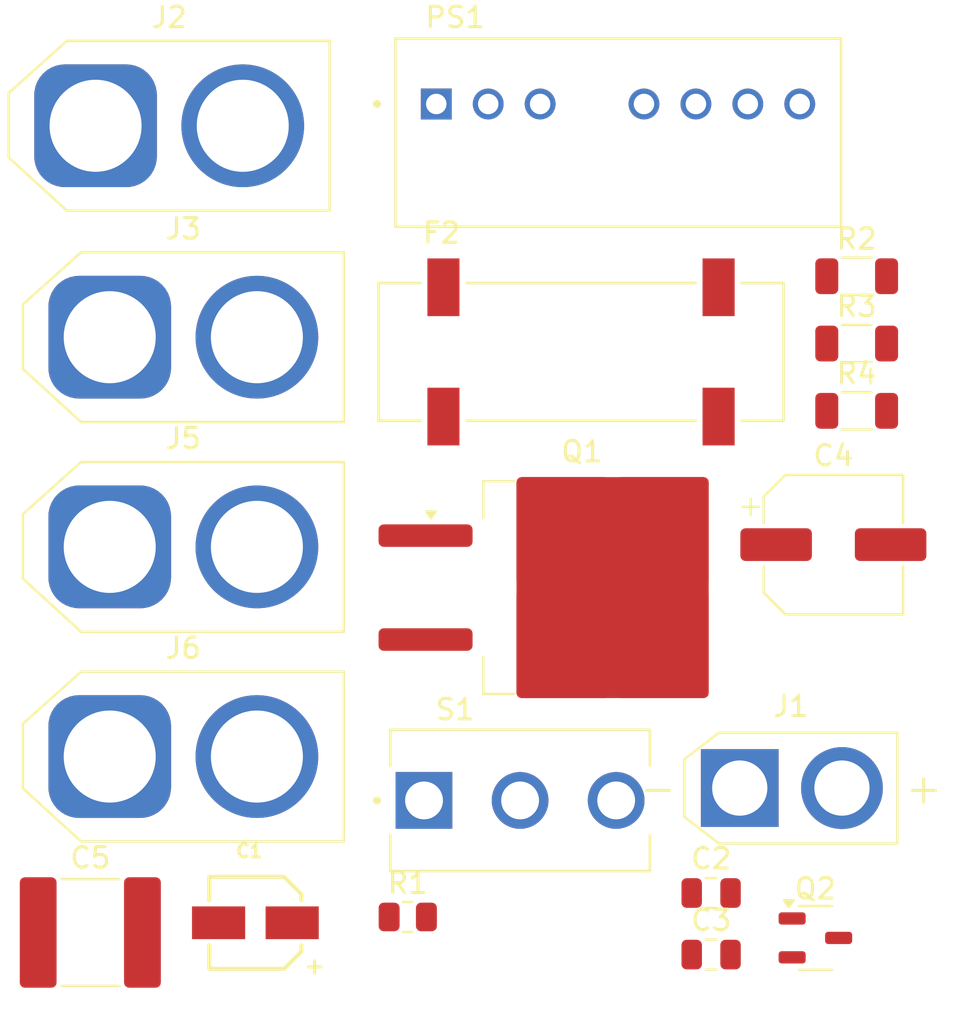
<source format=kicad_pcb>
(kicad_pcb (version 20240108) (generator "pcbnew") (generator_version "8.0")
  (layers (0 "F.Cu" signal) (31 "B.Cu" signal) (34 "B.Paste" user) (35 "F.Paste" user) (36 "B.SilkS" user "B.Silkscreen") (37 "F.SilkS" user "F.Silkscreen") (38 "B.Mask" user) (39 "F.Mask" user) (44 "Edge.Cuts" user))
  (net 0 "")
  (net 1 "GND")
  (net 2 "+48V")
  (net 3 "Net-(Q1-G)")
  (net 4 "+12V")
  (net 5 "Net-(J5-Pin_2)")
  (net 6 "Net-(Q1-S)")
  (net 7 "Net-(J2-Pin_1)")
  (net 8 "Net-(J2-Pin_2)")
  (net 12 "Net-(Q2-D)")
  (net 13 "Net-(Q2-G)")
  (net 14 "Net-(R4-Pad2)")
  (footprint "Connector_AMASS:AMASS_XT60-F_1x02_P7.20mm_Vertical" (layer "F.Cu") (at 136.9425 121.835)
    (property "Reference" "J6" (at 3.6 -5.3 180) (layer "F.SilkS"))
    (property "Value" "Sparkin")
    (fp_line (start -4.25 -1.6) (end -4.25 1.55) (stroke (width 0.12)) (layer "F.SilkS"))
    (fp_line (start -4.25 1.55) (end -1.4 4.15) (stroke (width 0.12)) (layer "F.SilkS"))
    (fp_line (start -1.4 -4.15) (end -4.25 -1.6) (stroke (width 0.12)) (layer "F.SilkS"))
    (fp_line (start -1.4 4.15) (end 11.45 4.15) (stroke (width 0.12)) (layer "F.SilkS"))
    (fp_line (start 11.45 -4.15) (end -1.4 -4.15) (stroke (width 0.12)) (layer "F.SilkS"))
    (fp_line (start 11.45 4.15) (end 11.45 -4.15) (stroke (width 0.12)) (layer "F.SilkS"))
    (pad "1" thru_hole roundrect (at 0 0) (size 6 6) (drill 4.5) (layers "*.Cu" "*.Mask") (net 7 "Net-(J2-Pin_1)"))
    (pad "2" thru_hole circle (at 7.2 0) (size 6 6) (drill 4.5) (layers "*.Cu" "*.Mask") (net 1 "GND"))
  )
  (footprint "Package_TO_SOT_SMD:SOT-23-3" (layer "F.Cu") (at 171.4625 130.7)
    (property "Reference" "Q2" (at 0 -2.4 0) (layer "F.SilkS"))
    (property "Value" "SQ2318AES-T1_BE3")
    (fp_line (start 0 -1.56) (end -0.8 -1.56) (stroke (width 0.12)) (layer "F.SilkS"))
    (fp_line (start 0 -1.56) (end 0.8 -1.56) (stroke (width 0.12)) (layer "F.SilkS"))
    (fp_line (start 0 1.56) (end -0.8 1.56) (stroke (width 0.12)) (layer "F.SilkS"))
    (fp_line (start 0 1.56) (end 0.8 1.56) (stroke (width 0.12)) (layer "F.SilkS"))
    (fp_poly (pts (xy -1.3 -1.51) (xy -1.54 -1.84) (xy -1.06 -1.84) (xy -1.3 -1.51)) (stroke (width 0.12)) (fill solid) (layer "F.SilkS"))
    (pad "1" smd roundrect (at -1.1375 -0.95) (size 1.325 0.6) (layers "F.Cu" "F.Paste" "F.Mask") (net 13 "Net-(Q2-G)"))
    (pad "2" smd roundrect (at -1.1375 0.95) (size 1.325 0.6) (layers "F.Cu" "F.Paste" "F.Mask") (net 1 "GND"))
    (pad "3" smd roundrect (at 1.1375 0) (size 1.325 0.6) (layers "F.Cu" "F.Paste" "F.Mask") (net 12 "Net-(Q2-D)"))
  )
  (footprint "Package_TO_SOT_SMD:TO-263-2" (layer "F.Cu") (at 160.0425 113.575)
    (property "Reference" "Q1" (at 0 -6.65 0) (layer "F.SilkS"))
    (property "Value" "SQM40P10-40L_GE3")
    (fp_line (start -4.825 -5.2) (end -4.825 -3.39) (stroke (width 0.12)) (layer "F.SilkS"))
    (fp_line (start -4.825 5.2) (end -4.825 3.39) (stroke (width 0.12)) (layer "F.SilkS"))
    (fp_line (start -3.325 -5.2) (end -4.825 -5.2) (stroke (width 0.12)) (layer "F.SilkS"))
    (fp_line (start -3.325 5.2) (end -4.825 5.2) (stroke (width 0.12)) (layer "F.SilkS"))
    (fp_poly (pts (xy -7.3875 -3.39) (xy -7.6275 -3.72) (xy -7.1475 -3.72) (xy -7.3875 -3.39)) (stroke (width 0.12)) (fill solid) (layer "F.SilkS"))
    (pad "1" smd roundrect (at -7.65 -2.54) (size 4.6 1.1) (layers "F.Cu" "F.Paste" "F.Mask") (roundrect_rratio 0.227273) (net 3 "Net-(Q1-G)"))
    (pad "2" smd roundrect (at -0.925 -2.775) (size 4.55 5.25) (layers "F.Cu" "F.Paste") (roundrect_rratio 0.054945) (net 2 "+48V"))
    (pad "2" smd roundrect (at -0.925 2.775) (size 4.55 5.25) (layers "F.Cu" "F.Paste") (roundrect_rratio 0.054945) (net 2 "+48V"))
    (pad "2" smd roundrect (at 1.5 0) (size 9.4 10.8) (layers "F.Cu" "F.Mask") (roundrect_rratio 0.026596) (net 2 "+48V"))
    (pad "2" smd roundrect (at 3.925 -2.775) (size 4.55 5.25) (layers "F.Cu" "F.Paste") (roundrect_rratio 0.054945) (net 2 "+48V"))
    (pad "2" smd roundrect (at 3.925 2.775) (size 4.55 5.25) (layers "F.Cu" "F.Paste") (roundrect_rratio 0.054945) (net 2 "+48V"))
    (pad "3" smd roundrect (at -7.65 2.54) (size 4.6 1.1) (layers "F.Cu" "F.Paste" "F.Mask") (roundrect_rratio 0.227273) (net 6 "Net-(Q1-S)"))
  )
  (footprint "askibidi:switch" (layer "F.Cu") (at 157.0175 123.9794)
    (property "Reference" "S1" (at -3.175 -4.445 0) (layer "F.SilkS"))
    (property "Value" "1103M2S3CQE2")
    (fp_line (start -6.35 -3.4544) (end 6.35 -3.4544) (stroke (width 0.127)) (layer "F.SilkS"))
    (fp_line (start -6.35 -1.7075) (end -6.35 -3.4544) (stroke (width 0.127)) (layer "F.SilkS"))
    (fp_line (start -6.35 3.4544) (end -6.35 1.7075) (stroke (width 0.127)) (layer "F.SilkS"))
    (fp_line (start 6.35 -3.4544) (end 6.35 -1.7075) (stroke (width 0.127)) (layer "F.SilkS"))
    (fp_line (start 6.35 3.4544) (end -6.35 3.4544) (stroke (width 0.127)) (layer "F.SilkS"))
    (fp_line (start 6.35 3.4544) (end 6.35 1.7075) (stroke (width 0.127)) (layer "F.SilkS"))
    (fp_circle (center -7 0) (end -6.9 0) (stroke (width 0.2)) (fill none) (layer "F.SilkS"))
    (pad "1" thru_hole rect (at -4.7 0) (size 2.775 2.775) (drill 1.85) (layers "*.Cu" "*.Mask") (net 14 "Net-(R4-Pad2)"))
    (pad "2" thru_hole circle (at 0 0) (size 2.775 2.775) (drill 1.85) (layers "*.Cu" "*.Mask") (net 6 "Net-(Q1-S)"))
    (pad "3" thru_hole circle (at 4.7 0) (size 2.775 2.775) (drill 1.85) (layers "*.Cu" "*.Mask"))
  )
  (footprint "Capacitor_SMD:C_2220_5750Metric" (layer "F.Cu") (at 135.9925 130.435)
    (property "Reference" "C5" (at 0 -3.65 0) (layer "F.SilkS"))
    (property "Value" "22uF")
    (fp_line (start -1.415748 -2.61) (end 1.415748 -2.61) (stroke (width 0.12)) (layer "F.SilkS"))
    (fp_line (start -1.415748 2.61) (end 1.415748 2.61) (stroke (width 0.12)) (layer "F.SilkS"))
    (pad "1" smd roundrect (at -2.55 0) (size 1.8 5.4) (layers "F.Cu" "F.Paste" "F.Mask") (roundrect_rratio 0.138889) (net 4 "+12V"))
    (pad "2" smd roundrect (at 2.55 0) (size 1.8 5.4) (layers "F.Cu" "F.Paste" "F.Mask") (roundrect_rratio 0.138889) (net 1 "GND"))
  )
  (footprint "Capacitor_SMD:C_0805_2012Metric" (layer "F.Cu") (at 166.3625 131.515)
    (property "Reference" "C3" (at 0 -1.68 0) (layer "F.SilkS"))
    (property "Value" "1uF")
    (fp_line (start -0.261252 -0.735) (end 0.261252 -0.735) (stroke (width 0.12)) (layer "F.SilkS"))
    (fp_line (start -0.261252 0.735) (end 0.261252 0.735) (stroke (width 0.12)) (layer "F.SilkS"))
    (pad "1" smd roundrect (at -0.95 0) (size 1 1.45) (layers "F.Cu" "F.Paste" "F.Mask") (net 2 "+48V"))
    (pad "2" smd roundrect (at 0.95 0) (size 1 1.45) (layers "F.Cu" "F.Paste" "F.Mask") (net 3 "Net-(Q1-G)"))
  )
  (footprint "askibidi:Fusemount" (layer "F.Cu") (at 159.9975 102.055)
    (property "Reference" "F2" (at -6.825 -5.815 0) (layer "F.SilkS"))
    (property "Value" "Fusemount")
    (fp_line (start -9.905 -3.365) (end -9.905 3.365) (stroke (width 0.127)) (layer "F.SilkS"))
    (fp_line (start -7.85 -3.365) (end -9.905 -3.365) (stroke (width 0.127)) (layer "F.SilkS"))
    (fp_line (start -7.85 3.365) (end -9.905 3.365) (stroke (width 0.127)) (layer "F.SilkS"))
    (fp_line (start -5.6 -3.365) (end 5.6 -3.365) (stroke (width 0.127)) (layer "F.SilkS"))
    (fp_line (start 5.6 3.365) (end -5.6 3.365) (stroke (width 0.127)) (layer "F.SilkS"))
    (fp_line (start 7.85 -3.365) (end 9.905 -3.365) (stroke (width 0.127)) (layer "F.SilkS"))
    (fp_line (start 7.85 3.365) (end 9.905 3.365) (stroke (width 0.127)) (layer "F.SilkS"))
    (fp_line (start 9.905 -3.365) (end 9.905 3.365) (stroke (width 0.127)) (layer "F.SilkS"))
    (pad "1_1" smd rect (at -6.73 -3.16) (size 1.57 2.82) (layers "F.Cu" "F.Paste" "F.Mask") (net 6 "Net-(Q1-S)"))
    (pad "1_2" smd rect (at -6.73 3.16) (size 1.57 2.82) (layers "F.Cu" "F.Paste" "F.Mask"))
    (pad "2_1" smd rect (at 6.73 -3.16) (size 1.57 2.82) (layers "F.Cu" "F.Paste" "F.Mask") (net 5 "Net-(J5-Pin_2)"))
    (pad "2_2" smd rect (at 6.73 3.16) (size 1.57 2.82) (layers "F.Cu" "F.Paste" "F.Mask"))
  )
  (footprint "Resistor_SMD:R_1206_3216Metric" (layer "F.Cu") (at 173.4825 104.935)
    (property "Reference" "R4" (at 0 -1.82 0) (layer "F.SilkS"))
    (property "Value" "10k")
    (fp_line (start -0.727064 -0.91) (end 0.727064 -0.91) (stroke (width 0.12)) (layer "F.SilkS"))
    (fp_line (start -0.727064 0.91) (end 0.727064 0.91) (stroke (width 0.12)) (layer "F.SilkS"))
    (pad "1" smd roundrect (at -1.4625 0) (size 1.125 1.75) (layers "F.Cu" "F.Paste" "F.Mask") (roundrect_rratio 0.222222) (net 13 "Net-(Q2-G)"))
    (pad "2" smd roundrect (at 1.4625 0) (size 1.125 1.75) (layers "F.Cu" "F.Paste" "F.Mask") (roundrect_rratio 0.222222) (net 14 "Net-(R4-Pad2)"))
  )
  (footprint "Connector_AMASS:AMASS_XT30U-F_1x02_P5.0mm_Vertical" (layer "F.Cu") (at 167.7625 123.375)
    (property "Reference" "J1" (at 2.5 -4 0) (layer "F.SilkS"))
    (property "Value" "SparkOut")
    (fp_line (start -2.71 -1.41) (end -2.71 1.41) (stroke (width 0.12)) (layer "F.SilkS"))
    (fp_line (start -2.71 -1.41) (end -1.01 -2.71) (stroke (width 0.12)) (layer "F.SilkS"))
    (fp_line (start -2.71 1.41) (end -1.01 2.71) (stroke (width 0.12)) (layer "F.SilkS"))
    (fp_line (start -1.01 -2.71) (end 7.71 -2.71) (stroke (width 0.12)) (layer "F.SilkS"))
    (fp_line (start -1.01 2.71) (end 7.71 2.71) (stroke (width 0.12)) (layer "F.SilkS"))
    (fp_line (start 7.71 -2.71) (end 7.71 2.71) (stroke (width 0.12)) (layer "F.SilkS"))
    (fp_text user "+" (at 9 0 0) (layer "F.SilkS") (effects (font (size 1.5 1.5))))
    (fp_text user "-" (at -4 0 0) (layer "F.SilkS") (effects (font (size 1.5 1.5))))
    (pad "1" thru_hole rect (at 0 0) (size 3.8 3.8) (drill 2.7) (layers "*.Cu" "*.Mask") (net 4 "+12V"))
    (pad "2" thru_hole circle (at 5 0) (size 4 4) (drill 2.7) (layers "*.Cu" "*.Mask") (net 1 "GND"))
  )
  (footprint "Resistor_SMD:R_0805_2012Metric" (layer "F.Cu") (at 151.5225 129.675)
    (property "Reference" "R1" (at 0 -1.65 0) (layer "F.SilkS"))
    (property "Value" "15k")
    (fp_line (start -0.227064 -0.735) (end 0.227064 -0.735) (stroke (width 0.12)) (layer "F.SilkS"))
    (fp_line (start -0.227064 0.735) (end 0.227064 0.735) (stroke (width 0.12)) (layer "F.SilkS"))
    (pad "1" smd roundrect (at -0.9125 0) (size 1.025 1.4) (layers "F.Cu" "F.Paste" "F.Mask") (roundrect_rratio 0.243902) (net 3 "Net-(Q1-G)"))
    (pad "2" smd roundrect (at 0.9125 0) (size 1.025 1.4) (layers "F.Cu" "F.Paste" "F.Mask") (roundrect_rratio 0.243902) (net 12 "Net-(Q2-D)"))
  )
  (footprint "Connector_AMASS:AMASS_XT60-F_1x02_P7.20mm_Vertical" (layer "F.Cu") (at 136.25 91)
    (property "Reference" "J2" (at 3.6 -5.3 180) (layer "F.SilkS"))
    (property "Value" "Bat2")
    (fp_line (start -4.25 -1.6) (end -4.25 1.55) (stroke (width 0.12)) (layer "F.SilkS"))
    (fp_line (start -4.25 1.55) (end -1.4 4.15) (stroke (width 0.12)) (layer "F.SilkS"))
    (fp_line (start -1.4 -4.15) (end -4.25 -1.6) (stroke (width 0.12)) (layer "F.SilkS"))
    (fp_line (start -1.4 4.15) (end 11.45 4.15) (stroke (width 0.12)) (layer "F.SilkS"))
    (fp_line (start 11.45 -4.15) (end -1.4 -4.15) (stroke (width 0.12)) (layer "F.SilkS"))
    (fp_line (start 11.45 4.15) (end 11.45 -4.15) (stroke (width 0.12)) (layer "F.SilkS"))
    (pad "1" thru_hole roundrect (at 0 0) (size 6 6) (drill 4.5) (layers "*.Cu" "*.Mask") (net 7 "Net-(J2-Pin_1)"))
    (pad "2" thru_hole circle (at 7.2 0) (size 6 6) (drill 4.5) (layers "*.Cu" "*.Mask") (net 8 "Net-(J2-Pin_2)"))
  )
  (footprint "Capacitor_SMD:C_0805_2012Metric" (layer "F.Cu") (at 166.3625 128.505)
    (property "Reference" "C2" (at 0 -1.68 0) (layer "F.SilkS"))
    (property "Value" "1uF")
    (fp_line (start -0.261252 -0.735) (end 0.261252 -0.735) (stroke (width 0.12)) (layer "F.SilkS"))
    (fp_line (start -0.261252 0.735) (end 0.261252 0.735) (stroke (width 0.12)) (layer "F.SilkS"))
    (pad "1" smd roundrect (at -0.95 0) (size 1 1.45) (layers "F.Cu" "F.Paste" "F.Mask") (net 2 "+48V"))
    (pad "2" smd roundrect (at 0.95 0) (size 1 1.45) (layers "F.Cu" "F.Paste" "F.Mask") (net 1 "GND"))
  )
  (footprint "Connector_AMASS:AMASS_XT60-F_1x02_P7.20mm_Vertical" (layer "F.Cu") (at 136.9425 111.585)
    (property "Reference" "J5" (at 3.6 -5.3 180) (layer "F.SilkS"))
    (property "Value" "Sparkout 48V")
    (fp_line (start -4.25 -1.6) (end -4.25 1.55) (stroke (width 0.12)) (layer "F.SilkS"))
    (fp_line (start -4.25 1.55) (end -1.4 4.15) (stroke (width 0.12)) (layer "F.SilkS"))
    (fp_line (start -1.4 -4.15) (end -4.25 -1.6) (stroke (width 0.12)) (layer "F.SilkS"))
    (fp_line (start -1.4 4.15) (end 11.45 4.15) (stroke (width 0.12)) (layer "F.SilkS"))
    (fp_line (start 11.45 -4.15) (end -1.4 -4.15) (stroke (width 0.12)) (layer "F.SilkS"))
    (fp_line (start 11.45 4.15) (end 11.45 -4.15) (stroke (width 0.12)) (layer "F.SilkS"))
    (pad "1" thru_hole roundrect (at 0 0) (size 6 6) (drill 4.5) (layers "*.Cu" "*.Mask") (net 1 "GND"))
    (pad "2" thru_hole circle (at 7.2 0) (size 6 6) (drill 4.5) (layers "*.Cu" "*.Mask") (net 5 "Net-(J5-Pin_2)"))
  )
  (footprint "Resistor_SMD:R_1206_3216Metric" (layer "F.Cu") (at 173.4825 98.355)
    (property "Reference" "R2" (at 0 -1.82 0) (layer "F.SilkS"))
    (property "Value" "10k")
    (fp_line (start -0.727064 -0.91) (end 0.727064 -0.91) (stroke (width 0.12)) (layer "F.SilkS"))
    (fp_line (start -0.727064 0.91) (end 0.727064 0.91) (stroke (width 0.12)) (layer "F.SilkS"))
    (pad "1" smd roundrect (at -1.4625 0) (size 1.125 1.75) (layers "F.Cu" "F.Paste" "F.Mask") (roundrect_rratio 0.222222) (net 3 "Net-(Q1-G)"))
    (pad "2" smd roundrect (at 1.4625 0) (size 1.125 1.75) (layers "F.Cu" "F.Paste" "F.Mask") (roundrect_rratio 0.222222) (net 6 "Net-(Q1-S)"))
  )
  (footprint "askibidi:12vConvertor" (layer "F.Cu") (at 161.8175 91.335)
    (property "Reference" "PS1" (at -7.975 -5.635 0) (layer "F.SilkS"))
    (property "Value" "RSO-4812S_H2")
    (fp_line (start -10.9 -4.6) (end -10.9 4.6) (stroke (width 0.127)) (layer "F.SilkS"))
    (fp_line (start -10.9 -4.6) (end 10.9 -4.6) (stroke (width 0.127)) (layer "F.SilkS"))
    (fp_line (start -10.9 4.6) (end 10.9 4.6) (stroke (width 0.127)) (layer "F.SilkS"))
    (fp_line (start 10.9 4.6) (end 10.9 -4.6) (stroke (width 0.127)) (layer "F.SilkS"))
    (fp_circle (center -11.8 -1.4) (end -11.7 -1.4) (stroke (width 0.2)) (fill none) (layer "F.SilkS"))
    (pad "1" thru_hole rect (at -8.9 -1.4) (size 1.508 1.508) (drill 1) (layers "*.Cu" "*.Mask") (net 1 "GND"))
    (pad "2" thru_hole circle (at -6.36 -1.4) (size 1.508 1.508) (drill 1) (layers "*.Cu" "*.Mask") (net 2 "+48V"))
    (pad "3" thru_hole circle (at -3.82 -1.4) (size 1.508 1.508) (drill 1) (layers "*.Cu" "*.Mask"))
    (pad "5" thru_hole circle (at 1.26 -1.4) (size 1.508 1.508) (drill 1) (layers "*.Cu" "*.Mask"))
    (pad "6" thru_hole circle (at 3.8 -1.4) (size 1.508 1.508) (drill 1) (layers "*.Cu" "*.Mask") (net 4 "+12V"))
    (pad "7" thru_hole circle (at 6.34 -1.4) (size 1.508 1.508) (drill 1) (layers "*.Cu" "*.Mask") (net 1 "GND"))
    (pad "8" thru_hole circle (at 8.88 -1.4) (size 1.508 1.508) (drill 1) (layers "*.Cu" "*.Mask"))
  )
  (footprint "Resistor_SMD:R_1206_3216Metric" (layer "F.Cu") (at 173.4825 101.645)
    (property "Reference" "R3" (at 0 -1.82 0) (layer "F.SilkS"))
    (property "Value" "10k")
    (fp_line (start -0.727064 -0.91) (end 0.727064 -0.91) (stroke (width 0.12)) (layer "F.SilkS"))
    (fp_line (start -0.727064 0.91) (end 0.727064 0.91) (stroke (width 0.12)) (layer "F.SilkS"))
    (pad "1" smd roundrect (at -1.4625 0) (size 1.125 1.75) (layers "F.Cu" "F.Paste" "F.Mask") (roundrect_rratio 0.222222) (net 13 "Net-(Q2-G)"))
    (pad "2" smd roundrect (at 1.4625 0) (size 1.125 1.75) (layers "F.Cu" "F.Paste" "F.Mask") (roundrect_rratio 0.222222) (net 1 "GND"))
  )
  (footprint "Capacitor_SMD:CP_Elec_6.3x5.4" (layer "F.Cu") (at 172.3425 111.475)
    (property "Reference" "C4" (at 0 -4.35 0) (layer "F.SilkS"))
    (property "Value" "100uF")
    (fp_line (start -4.4375 -1.8475) (end -3.65 -1.8475) (stroke (width 0.12)) (layer "F.SilkS"))
    (fp_line (start -4.04375 -2.24125) (end -4.04375 -1.45375) (stroke (width 0.12)) (layer "F.SilkS"))
    (fp_line (start -3.41 -2.345563) (end -3.41 -1.06) (stroke (width 0.12)) (layer "F.SilkS"))
    (fp_line (start -3.41 -2.345563) (end -2.345563 -3.41) (stroke (width 0.12)) (layer "F.SilkS"))
    (fp_line (start -3.41 2.345563) (end -3.41 1.06) (stroke (width 0.12)) (layer "F.SilkS"))
    (fp_line (start -3.41 2.345563) (end -2.345563 3.41) (stroke (width 0.12)) (layer "F.SilkS"))
    (fp_line (start -2.345563 -3.41) (end 3.41 -3.41) (stroke (width 0.12)) (layer "F.SilkS"))
    (fp_line (start -2.345563 3.41) (end 3.41 3.41) (stroke (width 0.12)) (layer "F.SilkS"))
    (fp_line (start 3.41 -3.41) (end 3.41 -1.06) (stroke (width 0.12)) (layer "F.SilkS"))
    (fp_line (start 3.41 3.41) (end 3.41 1.06) (stroke (width 0.12)) (layer "F.SilkS"))
    (pad "1" smd roundrect (at -2.8 0) (size 3.5 1.6) (layers "F.Cu" "F.Paste" "F.Mask") (roundrect_rratio 0.15625) (net 2 "+48V"))
    (pad "2" smd roundrect (at 2.8 0) (size 3.5 1.6) (layers "F.Cu" "F.Paste" "F.Mask") (roundrect_rratio 0.15625) (net 1 "GND"))
  )
  (footprint "Connector_AMASS:AMASS_XT60-F_1x02_P7.20mm_Vertical" (layer "F.Cu") (at 136.9425 101.335)
    (property "Reference" "J3" (at 3.6 -5.3 180) (layer "F.SilkS"))
    (property "Value" "Bat1")
    (fp_line (start -4.25 -1.6) (end -4.25 1.55) (stroke (width 0.12)) (layer "F.SilkS"))
    (fp_line (start -4.25 1.55) (end -1.4 4.15) (stroke (width 0.12)) (layer "F.SilkS"))
    (fp_line (start -1.4 -4.15) (end -4.25 -1.6) (stroke (width 0.12)) (layer "F.SilkS"))
    (fp_line (start -1.4 4.15) (end 11.45 4.15) (stroke (width 0.12)) (layer "F.SilkS"))
    (fp_line (start 11.45 -4.15) (end -1.4 -4.15) (stroke (width 0.12)) (layer "F.SilkS"))
    (fp_line (start 11.45 4.15) (end 11.45 -4.15) (stroke (width 0.12)) (layer "F.SilkS"))
    (pad "1" thru_hole roundrect (at 0 0) (size 6 6) (drill 4.5) (layers "*.Cu" "*.Mask") (net 8 "Net-(J2-Pin_2)"))
    (pad "2" thru_hole circle (at 7.2 0) (size 6 6) (drill 4.5) (layers "*.Cu" "*.Mask") (net 1 "GND"))
  )
  (footprint "askibidi:10uF" (layer "F.Cu") (at 144.0675 129.96)
    (property "Reference" "C1" (at -0.3 -3.5064 0) (layer "F.SilkS") (effects (font (size 0.64 0.64))))
    (property "Value" "10uF")
    (fp_line (start -2.25 -2.25) (end -2.25 -1.1) (stroke (width 0.2)) (layer "F.SilkS"))
    (fp_line (start -2.25 -2.25) (end 1.4 -2.25) (stroke (width 0.2)) (layer "F.SilkS"))
    (fp_line (start -2.25 2.25) (end -2.25 1.1) (stroke (width 0.2)) (layer "F.SilkS"))
    (fp_line (start -2.25 2.25) (end 1.4 2.25) (stroke (width 0.2)) (layer "F.SilkS"))
    (fp_line (start 1.4 -2.25) (end 2.25 -1.4) (stroke (width 0.2)) (layer "F.SilkS"))
    (fp_line (start 1.4 2.25) (end 2.25 1.4) (stroke (width 0.2)) (layer "F.SilkS"))
    (fp_line (start 2.25 -1.4) (end 2.25 -1.1) (stroke (width 0.2)) (layer "F.SilkS"))
    (fp_line (start 2.25 1.4) (end 2.25 1.1) (stroke (width 0.2)) (layer "F.SilkS"))
    (fp_text user "+" (at 2.9 2.1 0) (layer "F.SilkS") (effects (font (size 0.8 0.8))))
    (pad "1" smd rect (at 1.8 0) (size 2.6 1.6) (layers "F.Cu" "F.Paste" "F.Mask") (net 2 "+48V"))
    (pad "2" smd rect (at -1.8 0) (size 2.6 1.6) (layers "F.Cu" "F.Paste" "F.Mask") (net 1 "GND"))
  )
)
</source>
